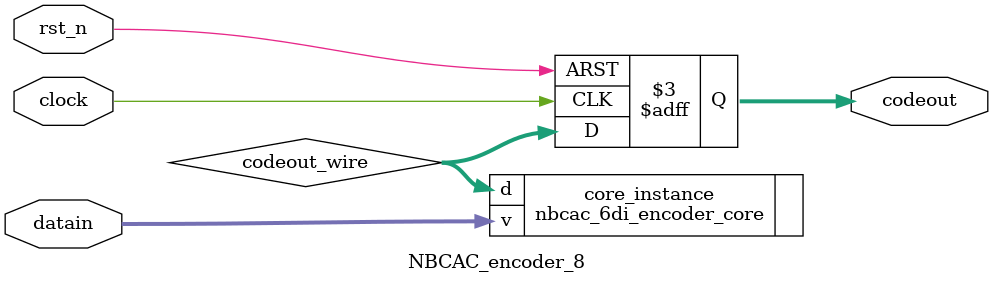
<source format=v>
module NBCAC_encoder_8(
    input wire clock,
    input wire rst_n,
    input wire [5:0] datain,
    output reg [8:1] codeout
);

    wire [8:1] codeout_wire;

    nbcac_6di_encoder_core core_instance(
        .v(datain),
        .d(codeout_wire)
    );

    //sync
    always @(posedge clock or negedge rst_n) begin
        if (~rst_n) begin
            codeout <= 0;
        end
        else begin
            codeout <= codeout_wire;
        end
    end

endmodule
</source>
